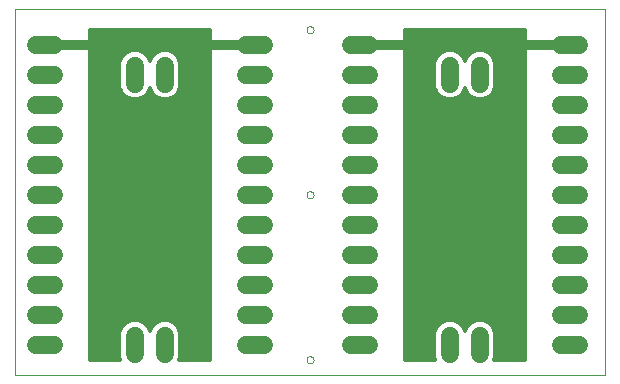
<source format=gbl>
G75*
%MOIN*%
%OFA0B0*%
%FSLAX24Y24*%
%IPPOS*%
%LPD*%
%AMOC8*
5,1,8,0,0,1.08239X$1,22.5*
%
%ADD10C,0.0000*%
%ADD11R,0.0591X0.0591*%
%ADD12R,0.0945X0.0945*%
%ADD13C,0.0600*%
%ADD14C,0.0120*%
%ADD15C,0.0320*%
D10*
X000100Y003500D02*
X000100Y015705D01*
X019785Y015705D01*
X019785Y003500D01*
X000100Y003500D01*
X009825Y004000D02*
X009827Y004021D01*
X009833Y004041D01*
X009842Y004061D01*
X009854Y004078D01*
X009869Y004092D01*
X009887Y004104D01*
X009907Y004112D01*
X009927Y004117D01*
X009948Y004118D01*
X009969Y004115D01*
X009989Y004109D01*
X010008Y004098D01*
X010025Y004085D01*
X010038Y004069D01*
X010049Y004051D01*
X010057Y004031D01*
X010061Y004011D01*
X010061Y003989D01*
X010057Y003969D01*
X010049Y003949D01*
X010038Y003931D01*
X010025Y003915D01*
X010008Y003902D01*
X009989Y003891D01*
X009969Y003885D01*
X009948Y003882D01*
X009927Y003883D01*
X009907Y003888D01*
X009887Y003896D01*
X009869Y003908D01*
X009854Y003922D01*
X009842Y003939D01*
X009833Y003959D01*
X009827Y003979D01*
X009825Y004000D01*
X009825Y009500D02*
X009827Y009521D01*
X009833Y009541D01*
X009842Y009561D01*
X009854Y009578D01*
X009869Y009592D01*
X009887Y009604D01*
X009907Y009612D01*
X009927Y009617D01*
X009948Y009618D01*
X009969Y009615D01*
X009989Y009609D01*
X010008Y009598D01*
X010025Y009585D01*
X010038Y009569D01*
X010049Y009551D01*
X010057Y009531D01*
X010061Y009511D01*
X010061Y009489D01*
X010057Y009469D01*
X010049Y009449D01*
X010038Y009431D01*
X010025Y009415D01*
X010008Y009402D01*
X009989Y009391D01*
X009969Y009385D01*
X009948Y009382D01*
X009927Y009383D01*
X009907Y009388D01*
X009887Y009396D01*
X009869Y009408D01*
X009854Y009422D01*
X009842Y009439D01*
X009833Y009459D01*
X009827Y009479D01*
X009825Y009500D01*
X009825Y015000D02*
X009827Y015021D01*
X009833Y015041D01*
X009842Y015061D01*
X009854Y015078D01*
X009869Y015092D01*
X009887Y015104D01*
X009907Y015112D01*
X009927Y015117D01*
X009948Y015118D01*
X009969Y015115D01*
X009989Y015109D01*
X010008Y015098D01*
X010025Y015085D01*
X010038Y015069D01*
X010049Y015051D01*
X010057Y015031D01*
X010061Y015011D01*
X010061Y014989D01*
X010057Y014969D01*
X010049Y014949D01*
X010038Y014931D01*
X010025Y014915D01*
X010008Y014902D01*
X009989Y014891D01*
X009969Y014885D01*
X009948Y014882D01*
X009927Y014883D01*
X009907Y014888D01*
X009887Y014896D01*
X009869Y014908D01*
X009854Y014922D01*
X009842Y014939D01*
X009833Y014959D01*
X009827Y014979D01*
X009825Y015000D01*
D11*
X004600Y009000D03*
D12*
X015100Y009000D03*
D13*
X011900Y008500D02*
X011300Y008500D01*
X011300Y009500D02*
X011900Y009500D01*
X011900Y010500D02*
X011300Y010500D01*
X011300Y011500D02*
X011900Y011500D01*
X011900Y012500D02*
X011300Y012500D01*
X011300Y013500D02*
X011900Y013500D01*
X011900Y014500D02*
X011300Y014500D01*
X008400Y014500D02*
X007800Y014500D01*
X007800Y013500D02*
X008400Y013500D01*
X008400Y012500D02*
X007800Y012500D01*
X007800Y011500D02*
X008400Y011500D01*
X008400Y010500D02*
X007800Y010500D01*
X007800Y009500D02*
X008400Y009500D01*
X008400Y008500D02*
X007800Y008500D01*
X007800Y007500D02*
X008400Y007500D01*
X008400Y006500D02*
X007800Y006500D01*
X007800Y005500D02*
X008400Y005500D01*
X008400Y004500D02*
X007800Y004500D01*
X005100Y004800D02*
X005100Y004200D01*
X004100Y004200D02*
X004100Y004800D01*
X001400Y004500D02*
X000800Y004500D01*
X000800Y005500D02*
X001400Y005500D01*
X001400Y006500D02*
X000800Y006500D01*
X000800Y007500D02*
X001400Y007500D01*
X001400Y008500D02*
X000800Y008500D01*
X000800Y009500D02*
X001400Y009500D01*
X001400Y010500D02*
X000800Y010500D01*
X000800Y011500D02*
X001400Y011500D01*
X001400Y012500D02*
X000800Y012500D01*
X000800Y013500D02*
X001400Y013500D01*
X001400Y014500D02*
X000800Y014500D01*
X004100Y013800D02*
X004100Y013200D01*
X005100Y013200D02*
X005100Y013800D01*
X011300Y007500D02*
X011900Y007500D01*
X011900Y006500D02*
X011300Y006500D01*
X011300Y005500D02*
X011900Y005500D01*
X011900Y004500D02*
X011300Y004500D01*
X014600Y004800D02*
X014600Y004200D01*
X015600Y004200D02*
X015600Y004800D01*
X018300Y004500D02*
X018900Y004500D01*
X018900Y005500D02*
X018300Y005500D01*
X018300Y006500D02*
X018900Y006500D01*
X018900Y007500D02*
X018300Y007500D01*
X018300Y008500D02*
X018900Y008500D01*
X018900Y009500D02*
X018300Y009500D01*
X018300Y010500D02*
X018900Y010500D01*
X018900Y011500D02*
X018300Y011500D01*
X018300Y012500D02*
X018900Y012500D01*
X018900Y013500D02*
X018300Y013500D01*
X018300Y014500D02*
X018900Y014500D01*
X015600Y013800D02*
X015600Y013200D01*
X014600Y013200D02*
X014600Y013800D01*
D14*
X014970Y014165D02*
X015230Y014165D01*
X015159Y014095D02*
X015100Y013952D01*
X015041Y014095D01*
X014895Y014241D01*
X014703Y014320D01*
X014497Y014320D01*
X014305Y014241D01*
X014159Y014095D01*
X014080Y013903D01*
X014080Y013097D01*
X014159Y012905D01*
X014305Y012759D01*
X014497Y012680D01*
X014703Y012680D01*
X014895Y012759D01*
X015041Y012905D01*
X015100Y013048D01*
X015159Y012905D01*
X015305Y012759D01*
X015497Y012680D01*
X015703Y012680D01*
X015895Y012759D01*
X016041Y012905D01*
X016120Y013097D01*
X016120Y013903D01*
X016041Y014095D01*
X015895Y014241D01*
X015703Y014320D01*
X015497Y014320D01*
X015305Y014241D01*
X015159Y014095D01*
X015139Y014047D02*
X015061Y014047D01*
X014791Y014284D02*
X015409Y014284D01*
X015791Y014284D02*
X017100Y014284D01*
X017100Y014402D02*
X013100Y014402D01*
X013100Y014284D02*
X014409Y014284D01*
X014230Y014165D02*
X013100Y014165D01*
X013100Y014047D02*
X014139Y014047D01*
X014090Y013928D02*
X013100Y013928D01*
X013100Y013810D02*
X014080Y013810D01*
X014080Y013691D02*
X013100Y013691D01*
X013100Y013573D02*
X014080Y013573D01*
X014080Y013454D02*
X013100Y013454D01*
X013100Y013336D02*
X014080Y013336D01*
X014080Y013217D02*
X013100Y013217D01*
X013100Y013099D02*
X014080Y013099D01*
X014128Y012980D02*
X013100Y012980D01*
X013100Y012862D02*
X014203Y012862D01*
X014344Y012743D02*
X013100Y012743D01*
X013100Y012625D02*
X017100Y012625D01*
X017100Y012743D02*
X015856Y012743D01*
X015997Y012862D02*
X017100Y012862D01*
X017100Y012980D02*
X016072Y012980D01*
X016120Y013099D02*
X017100Y013099D01*
X017100Y013217D02*
X016120Y013217D01*
X016120Y013336D02*
X017100Y013336D01*
X017100Y013454D02*
X016120Y013454D01*
X016120Y013573D02*
X017100Y013573D01*
X017100Y013691D02*
X016120Y013691D01*
X016120Y013810D02*
X017100Y013810D01*
X017100Y013928D02*
X016110Y013928D01*
X016061Y014047D02*
X017100Y014047D01*
X017100Y014165D02*
X015970Y014165D01*
X017100Y014521D02*
X013100Y014521D01*
X013100Y014639D02*
X017100Y014639D01*
X017100Y014758D02*
X013100Y014758D01*
X013100Y014876D02*
X017100Y014876D01*
X017100Y014995D02*
X013100Y014995D01*
X013100Y015000D02*
X017100Y015000D01*
X017100Y004000D01*
X016080Y004000D01*
X016120Y004097D01*
X016120Y004903D01*
X016041Y005095D01*
X015895Y005241D01*
X015703Y005320D01*
X015497Y005320D01*
X015305Y005241D01*
X015159Y005095D01*
X015100Y004952D01*
X015041Y005095D01*
X014895Y005241D01*
X014703Y005320D01*
X014497Y005320D01*
X014305Y005241D01*
X014159Y005095D01*
X014080Y004903D01*
X014080Y004097D01*
X014120Y004000D01*
X013100Y004000D01*
X013100Y015000D01*
X015072Y012980D02*
X015128Y012980D01*
X015203Y012862D02*
X014997Y012862D01*
X014856Y012743D02*
X015344Y012743D01*
X017100Y012506D02*
X013100Y012506D01*
X013100Y012388D02*
X017100Y012388D01*
X017100Y012269D02*
X013100Y012269D01*
X013100Y012151D02*
X017100Y012151D01*
X017100Y012032D02*
X013100Y012032D01*
X013100Y011914D02*
X017100Y011914D01*
X017100Y011795D02*
X013100Y011795D01*
X013100Y011677D02*
X017100Y011677D01*
X017100Y011558D02*
X013100Y011558D01*
X013100Y011440D02*
X017100Y011440D01*
X017100Y011321D02*
X013100Y011321D01*
X013100Y011203D02*
X017100Y011203D01*
X017100Y011084D02*
X013100Y011084D01*
X013100Y010966D02*
X017100Y010966D01*
X017100Y010847D02*
X013100Y010847D01*
X013100Y010729D02*
X017100Y010729D01*
X017100Y010610D02*
X013100Y010610D01*
X013100Y010492D02*
X017100Y010492D01*
X017100Y010373D02*
X013100Y010373D01*
X013100Y010255D02*
X017100Y010255D01*
X017100Y010136D02*
X013100Y010136D01*
X013100Y010018D02*
X017100Y010018D01*
X017100Y009899D02*
X013100Y009899D01*
X013100Y009781D02*
X017100Y009781D01*
X017100Y009662D02*
X013100Y009662D01*
X013100Y009544D02*
X017100Y009544D01*
X017100Y009425D02*
X013100Y009425D01*
X013100Y009307D02*
X017100Y009307D01*
X017100Y009188D02*
X013100Y009188D01*
X013100Y009070D02*
X017100Y009070D01*
X017100Y008951D02*
X013100Y008951D01*
X013100Y008833D02*
X017100Y008833D01*
X017100Y008714D02*
X013100Y008714D01*
X013100Y008596D02*
X017100Y008596D01*
X017100Y008477D02*
X013100Y008477D01*
X013100Y008359D02*
X017100Y008359D01*
X017100Y008240D02*
X013100Y008240D01*
X013100Y008122D02*
X017100Y008122D01*
X017100Y008003D02*
X013100Y008003D01*
X013100Y007885D02*
X017100Y007885D01*
X017100Y007766D02*
X013100Y007766D01*
X013100Y007648D02*
X017100Y007648D01*
X017100Y007529D02*
X013100Y007529D01*
X013100Y007411D02*
X017100Y007411D01*
X017100Y007292D02*
X013100Y007292D01*
X013100Y007174D02*
X017100Y007174D01*
X017100Y007055D02*
X013100Y007055D01*
X013100Y006937D02*
X017100Y006937D01*
X017100Y006818D02*
X013100Y006818D01*
X013100Y006700D02*
X017100Y006700D01*
X017100Y006581D02*
X013100Y006581D01*
X013100Y006463D02*
X017100Y006463D01*
X017100Y006344D02*
X013100Y006344D01*
X013100Y006226D02*
X017100Y006226D01*
X017100Y006107D02*
X013100Y006107D01*
X013100Y005989D02*
X017100Y005989D01*
X017100Y005870D02*
X013100Y005870D01*
X013100Y005752D02*
X017100Y005752D01*
X017100Y005633D02*
X013100Y005633D01*
X013100Y005515D02*
X017100Y005515D01*
X017100Y005396D02*
X013100Y005396D01*
X013100Y005278D02*
X014394Y005278D01*
X014224Y005159D02*
X013100Y005159D01*
X013100Y005041D02*
X014137Y005041D01*
X014088Y004922D02*
X013100Y004922D01*
X013100Y004804D02*
X014080Y004804D01*
X014080Y004685D02*
X013100Y004685D01*
X013100Y004567D02*
X014080Y004567D01*
X014080Y004448D02*
X013100Y004448D01*
X013100Y004330D02*
X014080Y004330D01*
X014080Y004211D02*
X013100Y004211D01*
X013100Y004093D02*
X014082Y004093D01*
X015063Y005041D02*
X015137Y005041D01*
X015224Y005159D02*
X014976Y005159D01*
X014806Y005278D02*
X015394Y005278D01*
X015806Y005278D02*
X017100Y005278D01*
X017100Y005159D02*
X015976Y005159D01*
X016063Y005041D02*
X017100Y005041D01*
X017100Y004922D02*
X016112Y004922D01*
X016120Y004804D02*
X017100Y004804D01*
X017100Y004685D02*
X016120Y004685D01*
X016120Y004567D02*
X017100Y004567D01*
X017100Y004448D02*
X016120Y004448D01*
X016120Y004330D02*
X017100Y004330D01*
X017100Y004211D02*
X016120Y004211D01*
X016118Y004093D02*
X017100Y004093D01*
X006600Y004093D02*
X005618Y004093D01*
X005620Y004097D02*
X005620Y004903D01*
X005541Y005095D01*
X005395Y005241D01*
X005203Y005320D01*
X004997Y005320D01*
X004805Y005241D01*
X004659Y005095D01*
X004600Y004952D01*
X004541Y005095D01*
X004395Y005241D01*
X004203Y005320D01*
X003997Y005320D01*
X003805Y005241D01*
X003659Y005095D01*
X003580Y004903D01*
X003580Y004097D01*
X003620Y004000D01*
X002600Y004000D01*
X002600Y015000D01*
X006600Y015000D01*
X006600Y004000D01*
X005580Y004000D01*
X005620Y004097D01*
X005620Y004211D02*
X006600Y004211D01*
X006600Y004330D02*
X005620Y004330D01*
X005620Y004448D02*
X006600Y004448D01*
X006600Y004567D02*
X005620Y004567D01*
X005620Y004685D02*
X006600Y004685D01*
X006600Y004804D02*
X005620Y004804D01*
X005612Y004922D02*
X006600Y004922D01*
X006600Y005041D02*
X005563Y005041D01*
X005476Y005159D02*
X006600Y005159D01*
X006600Y005278D02*
X005306Y005278D01*
X004894Y005278D02*
X004306Y005278D01*
X004476Y005159D02*
X004724Y005159D01*
X004637Y005041D02*
X004563Y005041D01*
X003894Y005278D02*
X002600Y005278D01*
X002600Y005396D02*
X006600Y005396D01*
X006600Y005515D02*
X002600Y005515D01*
X002600Y005633D02*
X006600Y005633D01*
X006600Y005752D02*
X002600Y005752D01*
X002600Y005870D02*
X006600Y005870D01*
X006600Y005989D02*
X002600Y005989D01*
X002600Y006107D02*
X006600Y006107D01*
X006600Y006226D02*
X002600Y006226D01*
X002600Y006344D02*
X006600Y006344D01*
X006600Y006463D02*
X002600Y006463D01*
X002600Y006581D02*
X006600Y006581D01*
X006600Y006700D02*
X002600Y006700D01*
X002600Y006818D02*
X006600Y006818D01*
X006600Y006937D02*
X002600Y006937D01*
X002600Y007055D02*
X006600Y007055D01*
X006600Y007174D02*
X002600Y007174D01*
X002600Y007292D02*
X006600Y007292D01*
X006600Y007411D02*
X002600Y007411D01*
X002600Y007529D02*
X006600Y007529D01*
X006600Y007648D02*
X002600Y007648D01*
X002600Y007766D02*
X006600Y007766D01*
X006600Y007885D02*
X002600Y007885D01*
X002600Y008003D02*
X006600Y008003D01*
X006600Y008122D02*
X002600Y008122D01*
X002600Y008240D02*
X006600Y008240D01*
X006600Y008359D02*
X002600Y008359D01*
X002600Y008477D02*
X006600Y008477D01*
X006600Y008596D02*
X002600Y008596D01*
X002600Y008714D02*
X006600Y008714D01*
X006600Y008833D02*
X002600Y008833D01*
X002600Y008951D02*
X006600Y008951D01*
X006600Y009070D02*
X002600Y009070D01*
X002600Y009188D02*
X006600Y009188D01*
X006600Y009307D02*
X002600Y009307D01*
X002600Y009425D02*
X006600Y009425D01*
X006600Y009544D02*
X002600Y009544D01*
X002600Y009662D02*
X006600Y009662D01*
X006600Y009781D02*
X002600Y009781D01*
X002600Y009899D02*
X006600Y009899D01*
X006600Y010018D02*
X002600Y010018D01*
X002600Y010136D02*
X006600Y010136D01*
X006600Y010255D02*
X002600Y010255D01*
X002600Y010373D02*
X006600Y010373D01*
X006600Y010492D02*
X002600Y010492D01*
X002600Y010610D02*
X006600Y010610D01*
X006600Y010729D02*
X002600Y010729D01*
X002600Y010847D02*
X006600Y010847D01*
X006600Y010966D02*
X002600Y010966D01*
X002600Y011084D02*
X006600Y011084D01*
X006600Y011203D02*
X002600Y011203D01*
X002600Y011321D02*
X006600Y011321D01*
X006600Y011440D02*
X002600Y011440D01*
X002600Y011558D02*
X006600Y011558D01*
X006600Y011677D02*
X002600Y011677D01*
X002600Y011795D02*
X006600Y011795D01*
X006600Y011914D02*
X002600Y011914D01*
X002600Y012032D02*
X006600Y012032D01*
X006600Y012151D02*
X002600Y012151D01*
X002600Y012269D02*
X006600Y012269D01*
X006600Y012388D02*
X002600Y012388D01*
X002600Y012506D02*
X006600Y012506D01*
X006600Y012625D02*
X002600Y012625D01*
X002600Y012743D02*
X003844Y012743D01*
X003805Y012759D02*
X003997Y012680D01*
X004203Y012680D01*
X004395Y012759D01*
X004541Y012905D01*
X004600Y013048D01*
X004659Y012905D01*
X004805Y012759D01*
X004997Y012680D01*
X005203Y012680D01*
X005395Y012759D01*
X005541Y012905D01*
X005620Y013097D01*
X005620Y013903D01*
X005541Y014095D01*
X005395Y014241D01*
X005203Y014320D01*
X004997Y014320D01*
X004805Y014241D01*
X004659Y014095D01*
X004600Y013952D01*
X004541Y014095D01*
X004395Y014241D01*
X004203Y014320D01*
X003997Y014320D01*
X003805Y014241D01*
X003659Y014095D01*
X003580Y013903D01*
X003580Y013097D01*
X003659Y012905D01*
X003805Y012759D01*
X003703Y012862D02*
X002600Y012862D01*
X002600Y012980D02*
X003628Y012980D01*
X003580Y013099D02*
X002600Y013099D01*
X002600Y013217D02*
X003580Y013217D01*
X003580Y013336D02*
X002600Y013336D01*
X002600Y013454D02*
X003580Y013454D01*
X003580Y013573D02*
X002600Y013573D01*
X002600Y013691D02*
X003580Y013691D01*
X003580Y013810D02*
X002600Y013810D01*
X002600Y013928D02*
X003590Y013928D01*
X003639Y014047D02*
X002600Y014047D01*
X002600Y014165D02*
X003730Y014165D01*
X003909Y014284D02*
X002600Y014284D01*
X002600Y014402D02*
X006600Y014402D01*
X006600Y014284D02*
X005291Y014284D01*
X005470Y014165D02*
X006600Y014165D01*
X006600Y014047D02*
X005561Y014047D01*
X005610Y013928D02*
X006600Y013928D01*
X006600Y013810D02*
X005620Y013810D01*
X005620Y013691D02*
X006600Y013691D01*
X006600Y013573D02*
X005620Y013573D01*
X005620Y013454D02*
X006600Y013454D01*
X006600Y013336D02*
X005620Y013336D01*
X005620Y013217D02*
X006600Y013217D01*
X006600Y013099D02*
X005620Y013099D01*
X005572Y012980D02*
X006600Y012980D01*
X006600Y012862D02*
X005497Y012862D01*
X005356Y012743D02*
X006600Y012743D01*
X004844Y012743D02*
X004356Y012743D01*
X004497Y012862D02*
X004703Y012862D01*
X004628Y012980D02*
X004572Y012980D01*
X004561Y014047D02*
X004639Y014047D01*
X004730Y014165D02*
X004470Y014165D01*
X004291Y014284D02*
X004909Y014284D01*
X006600Y014521D02*
X002600Y014521D01*
X002600Y014639D02*
X006600Y014639D01*
X006600Y014758D02*
X002600Y014758D01*
X002600Y014876D02*
X006600Y014876D01*
X006600Y014995D02*
X002600Y014995D01*
X002600Y005159D02*
X003724Y005159D01*
X003637Y005041D02*
X002600Y005041D01*
X002600Y004922D02*
X003588Y004922D01*
X003580Y004804D02*
X002600Y004804D01*
X002600Y004685D02*
X003580Y004685D01*
X003580Y004567D02*
X002600Y004567D01*
X002600Y004448D02*
X003580Y004448D01*
X003580Y004330D02*
X002600Y004330D01*
X002600Y004211D02*
X003580Y004211D01*
X003582Y004093D02*
X002600Y004093D01*
D15*
X004600Y009000D02*
X004600Y011000D01*
X003100Y012500D01*
X003100Y014500D01*
X008100Y014500D01*
X011600Y014500D02*
X013600Y014500D01*
X013600Y013000D01*
X015100Y011500D01*
X015100Y009000D01*
X013600Y014500D02*
X018600Y014500D01*
X003100Y014500D02*
X001100Y014500D01*
M02*

</source>
